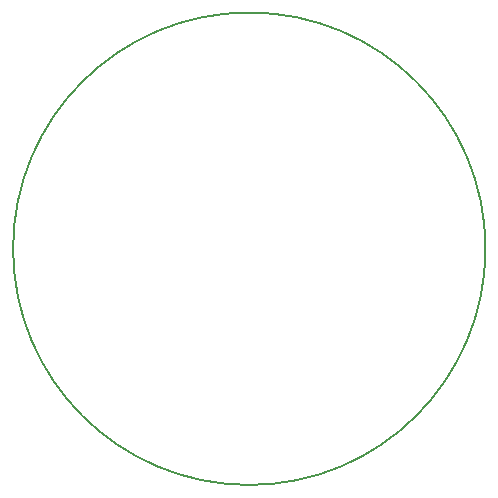
<source format=gbr>
%TF.GenerationSoftware,KiCad,Pcbnew,8.0.6*%
%TF.CreationDate,2025-02-12T14:20:06-05:00*%
%TF.ProjectId,module led hall,6d6f6475-6c65-4206-9c65-642068616c6c,rev?*%
%TF.SameCoordinates,Original*%
%TF.FileFunction,Profile,NP*%
%FSLAX46Y46*%
G04 Gerber Fmt 4.6, Leading zero omitted, Abs format (unit mm)*
G04 Created by KiCad (PCBNEW 8.0.6) date 2025-02-12 14:20:06*
%MOMM*%
%LPD*%
G01*
G04 APERTURE LIST*
%TA.AperFunction,Profile*%
%ADD10C,0.200000*%
%TD*%
G04 APERTURE END LIST*
D10*
X120000000Y-100000000D02*
G75*
G02*
X80000000Y-100000000I-20000000J0D01*
G01*
X80000000Y-100000000D02*
G75*
G02*
X120000000Y-100000000I20000000J0D01*
G01*
M02*

</source>
